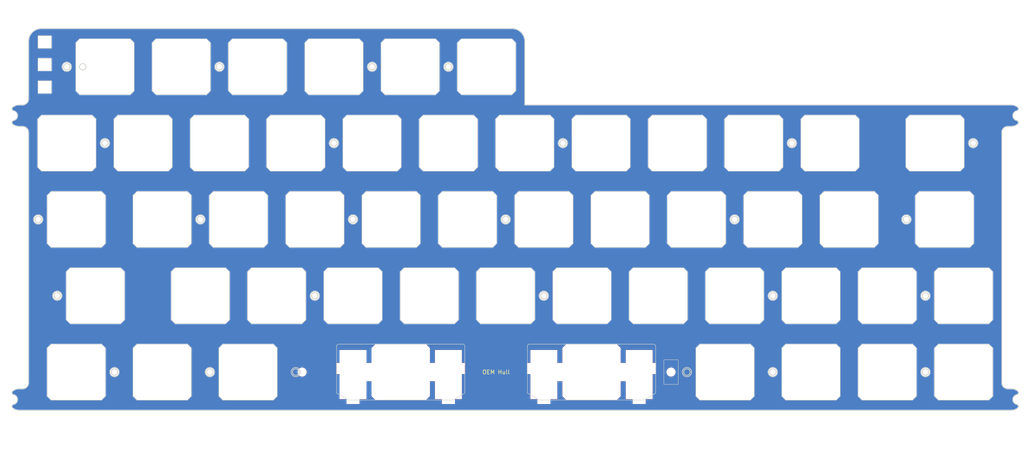
<source format=kicad_pcb>
(kicad_pcb (version 20240108) (generator "pcbnew") (generator_version "8.0")
  (layers (0 "F.Cu" signal) (31 "B.Cu" signal) (34 "B.Paste" user) (35 "F.Paste" user) (36 "B.SilkS" user "B.Silkscreen") (37 "F.SilkS" user "F.Silkscreen") (38 "B.Mask" user) (39 "F.Mask" user) (44 "Edge.Cuts" user))
  (net 0 "")
  (net 1 "GND")
  (footprint "cipulot_parts:ecs_plate_cut_1U" (layer "F.Cu") (at 242.8875 115.8875)
    (property "Reference" "REF**")
    (property "Value" "Value " (hide yes))
    (fp_line (start -7.3 -6) (end -7.3 6) (stroke (width 0.12)) (layer "Edge.Cuts"))
    (fp_line (start -7.3 6) (end -6.3 7) (stroke (width 0.12)) (layer "Edge.Cuts"))
    (fp_line (start -6.3 -7) (end -7.3 -6) (stroke (width 0.12)) (layer "Edge.Cuts"))
    (fp_line (start -6.3 7) (end 6.3 7) (stroke (width 0.12)) (layer "Edge.Cuts"))
    (fp_line (start 6.3 -7) (end -6.3 -7) (stroke (width 0.12)) (layer "Edge.Cuts"))
    (fp_line (start 6.3 -7) (end 7.3 -6) (stroke (width 0.12)) (layer "Edge.Cuts"))
    (fp_line (start 6.3 7) (end 7.3 6) (stroke (width 0.12)) (layer "Edge.Cuts"))
    (fp_line (start 7.3 6) (end 7.3 -6) (stroke (width 0.12)) (layer "Edge.Cuts"))
  )
  (footprint "cipulot_parts:ecs_plate_cut_1U" (layer "F.Cu") (at 45.24375 115.8875)
    (property "Reference" "REF**")
    (property "Value" "Value " (hide yes))
    (fp_line (start -7.3 -6) (end -7.3 6) (stroke (width 0.12)) (layer "Edge.Cuts"))
    (fp_line (start -7.3 6) (end -6.3 7) (stroke (width 0.12)) (layer "Edge.Cuts"))
    (fp_line (start -6.3 -7) (end -7.3 -6) (stroke (width 0.12)) (layer "Edge.Cuts"))
    (fp_line (start -6.3 7) (end 6.3 7) (stroke (width 0.12)) (layer "Edge.Cuts"))
    (fp_line (start 6.3 -7) (end -6.3 -7) (stroke (width 0.12)) (layer "Edge.Cuts"))
    (fp_line (start 6.3 -7) (end 7.3 -6) (stroke (width 0.12)) (layer "Edge.Cuts"))
    (fp_line (start 6.3 7) (end 7.3 6) (stroke (width 0.12)) (layer "Edge.Cuts"))
    (fp_line (start 7.3 6) (end 7.3 -6) (stroke (width 0.12)) (layer "Edge.Cuts"))
  )
  (footprint "cipulot_parts:ecs_plate_cut_1U" (layer "F.Cu") (at 190.5 77.7875)
    (property "Reference" "REF**")
    (property "Value" "Value " (hide yes))
    (fp_line (start -7.3 -6) (end -7.3 6) (stroke (width 0.12)) (layer "Edge.Cuts"))
    (fp_line (start -7.3 6) (end -6.3 7) (stroke (width 0.12)) (layer "Edge.Cuts"))
    (fp_line (start -6.3 -7) (end -7.3 -6) (stroke (width 0.12)) (layer "Edge.Cuts"))
    (fp_line (start -6.3 7) (end 6.3 7) (stroke (width 0.12)) (layer "Edge.Cuts"))
    (fp_line (start 6.3 -7) (end -6.3 -7) (stroke (width 0.12)) (layer "Edge.Cuts"))
    (fp_line (start 6.3 -7) (end 7.3 -6) (stroke (width 0.12)) (layer "Edge.Cuts"))
    (fp_line (start 6.3 7) (end 7.3 6) (stroke (width 0.12)) (layer "Edge.Cuts"))
    (fp_line (start 7.3 6) (end 7.3 -6) (stroke (width 0.12)) (layer "Edge.Cuts"))
  )
  (footprint "cipulot_parts:ecs_plate_cut_1U" (layer "F.Cu") (at 261.9375 134.9375)
    (property "Reference" "REF**")
    (property "Value" "Value " (hide yes))
    (fp_line (start -7.3 -6) (end -7.3 6) (stroke (width 0.12)) (layer "Edge.Cuts"))
    (fp_line (start -7.3 6) (end -6.3 7) (stroke (width 0.12)) (layer "Edge.Cuts"))
    (fp_line (start -6.3 -7) (end -7.3 -6) (stroke (width 0.12)) (layer "Edge.Cuts"))
    (fp_line (start -6.3 7) (end 6.3 7) (stroke (width 0.12)) (layer "Edge.Cuts"))
    (fp_line (start 6.3 -7) (end -6.3 -7) (stroke (width 0.12)) (layer "Edge.Cuts"))
    (fp_line (start 6.3 -7) (end 7.3 -6) (stroke (width 0.12)) (layer "Edge.Cuts"))
    (fp_line (start 6.3 7) (end 7.3 6) (stroke (width 0.12)) (layer "Edge.Cuts"))
    (fp_line (start 7.3 6) (end 7.3 -6) (stroke (width 0.12)) (layer "Edge.Cuts"))
  )
  (footprint "cipulot_parts:ecs_plate_cut_1U" (layer "F.Cu") (at 123.825 58.7375)
    (property "Reference" "REF**")
    (property "Value" "Value " (hide yes))
    (fp_line (start -7.3 -6) (end -7.3 6) (stroke (width 0.12)) (layer "Edge.Cuts"))
    (fp_line (start -7.3 6) (end -6.3 7) (stroke (width 0.12)) (layer "Edge.Cuts"))
    (fp_line (start -6.3 -7) (end -7.3 -6) (stroke (width 0.12)) (layer "Edge.Cuts"))
    (fp_line (start -6.3 7) (end 6.3 7) (stroke (width 0.12)) (layer "Edge.Cuts"))
    (fp_line (start 6.3 -7) (end -6.3 -7) (stroke (width 0.12)) (layer "Edge.Cuts"))
    (fp_line (start 6.3 -7) (end 7.3 -6) (stroke (width 0.12)) (layer "Edge.Cuts"))
    (fp_line (start 6.3 7) (end 7.3 6) (stroke (width 0.12)) (layer "Edge.Cuts"))
    (fp_line (start 7.3 6) (end 7.3 -6) (stroke (width 0.12)) (layer "Edge.Cuts"))
  )
  (footprint "cipulot_parts:ecs_plate_cut_1U" (layer "F.Cu") (at 261.9375 115.8875)
    (property "Reference" "REF**")
    (property "Value" "Value " (hide yes))
    (fp_line (start -7.3 -6) (end -7.3 6) (stroke (width 0.12)) (layer "Edge.Cuts"))
    (fp_line (start -7.3 6) (end -6.3 7) (stroke (width 0.12)) (layer "Edge.Cuts"))
    (fp_line (start -6.3 -7) (end -7.3 -6) (stroke (width 0.12)) (layer "Edge.Cuts"))
    (fp_line (start -6.3 7) (end 6.3 7) (stroke (width 0.12)) (layer "Edge.Cuts"))
    (fp_line (start 6.3 -7) (end -6.3 -7) (stroke (width 0.12)) (layer "Edge.Cuts"))
    (fp_line (start 6.3 -7) (end 7.3 -6) (stroke (width 0.12)) (layer "Edge.Cuts"))
    (fp_line (start 6.3 7) (end 7.3 6) (stroke (width 0.12)) (layer "Edge.Cuts"))
    (fp_line (start 7.3 6) (end 7.3 -6) (stroke (width 0.12)) (layer "Edge.Cuts"))
  )
  (footprint "cipulot_parts:ecs_plate_cut_1U" (layer "F.Cu") (at 85.725 58.7375)
    (property "Reference" "REF**")
    (property "Value" "Value " (hide yes))
    (fp_line (start -7.3 -6) (end -7.3 6) (stroke (width 0.12)) (layer "Edge.Cuts"))
    (fp_line (start -7.3 6) (end -6.3 7) (stroke (width 0.12)) (layer "Edge.Cuts"))
    (fp_line (start -6.3 -7) (end -7.3 -6) (stroke (width 0.12)) (layer "Edge.Cuts"))
    (fp_line (start -6.3 7) (end 6.3 7) (stroke (width 0.12)) (layer "Edge.Cuts"))
    (fp_line (start 6.3 -7) (end -6.3 -7) (stroke (width 0.12)) (layer "Edge.Cuts"))
    (fp_line (start 6.3 -7) (end 7.3 -6) (stroke (width 0.12)) (layer "Edge.Cuts"))
    (fp_line (start 6.3 7) (end 7.3 6) (stroke (width 0.12)) (layer "Edge.Cuts"))
    (fp_line (start 7.3 6) (end 7.3 -6) (stroke (width 0.12)) (layer "Edge.Cuts"))
  )
  (footprint "cipulot_parts:ecs_plate_cut_1U" (layer "F.Cu") (at 223.8375 115.8875)
    (property "Reference" "REF**")
    (property "Value" "Value " (hide yes))
    (fp_line (start -7.3 -6) (end -7.3 6) (stroke (width 0.12)) (layer "Edge.Cuts"))
    (fp_line (start -7.3 6) (end -6.3 7) (stroke (width 0.12)) (layer "Edge.Cuts"))
    (fp_line (start -6.3 -7) (end -7.3 -6) (stroke (width 0.12)) (layer "Edge.Cuts"))
    (fp_line (start -6.3 7) (end 6.3 7) (stroke (width 0.12)) (layer "Edge.Cuts"))
    (fp_line (start 6.3 -7) (end -6.3 -7) (stroke (width 0.12)) (layer "Edge.Cuts"))
    (fp_line (start 6.3 -7) (end 7.3 -6) (stroke (width 0.12)) (layer "Edge.Cuts"))
    (fp_line (start 6.3 7) (end 7.3 6) (stroke (width 0.12)) (layer "Edge.Cuts"))
    (fp_line (start 7.3 6) (end 7.3 -6) (stroke (width 0.12)) (layer "Edge.Cuts"))
  )
  (footprint "cipulot_parts:ecs_plate_cut_1U" (layer "F.Cu") (at 233.3625 96.8375)
    (property "Reference" "REF**")
    (property "Value" "Value " (hide yes))
    (fp_line (start -7.3 -6) (end -7.3 6) (stroke (width 0.12)) (layer "Edge.Cuts"))
    (fp_line (start -7.3 6) (end -6.3 7) (stroke (width 0.12)) (layer "Edge.Cuts"))
    (fp_line (start -6.3 -7) (end -7.3 -6) (stroke (width 0.12)) (layer "Edge.Cuts"))
    (fp_line (start -6.3 7) (end 6.3 7) (stroke (width 0.12)) (layer "Edge.Cuts"))
    (fp_line (start 6.3 -7) (end -6.3 -7) (stroke (width 0.12)) (layer "Edge.Cuts"))
    (fp_line (start 6.3 -7) (end 7.3 -6) (stroke (width 0.12)) (layer "Edge.Cuts"))
    (fp_line (start 6.3 7) (end 7.3 6) (stroke (width 0.12)) (layer "Edge.Cuts"))
    (fp_line (start 7.3 6) (end 7.3 -6) (stroke (width 0.12)) (layer "Edge.Cuts"))
  )
  (footprint "cipulot_parts:ecs_plate_cut_1U" (layer "F.Cu") (at 61.9125 96.8375)
    (property "Reference" "REF**")
    (property "Value" "Value " (hide yes))
    (fp_line (start -7.3 -6) (end -7.3 6) (stroke (width 0.12)) (layer "Edge.Cuts"))
    (fp_line (start -7.3 6) (end -6.3 7) (stroke (width 0.12)) (layer "Edge.Cuts"))
    (fp_line (start -6.3 -7) (end -7.3 -6) (stroke (width 0.12)) (layer "Edge.Cuts"))
    (fp_line (start -6.3 7) (end 6.3 7) (stroke (width 0.12)) (layer "Edge.Cuts"))
    (fp_line (start 6.3 -7) (end -6.3 -7) (stroke (width 0.12)) (layer "Edge.Cuts"))
    (fp_line (start 6.3 -7) (end 7.3 -6) (stroke (width 0.12)) (layer "Edge.Cuts"))
    (fp_line (start 6.3 7) (end 7.3 6) (stroke (width 0.12)) (layer "Edge.Cuts"))
    (fp_line (start 7.3 6) (end 7.3 -6) (stroke (width 0.12)) (layer "Edge.Cuts"))
  )
  (footprint "cipulot_parts:ecs_plate_cut_1U" (layer "F.Cu") (at 242.8875 134.9375)
    (property "Reference" "REF**")
    (property "Value" "Value " (hide yes))
    (fp_line (start -7.3 -6) (end -7.3 6) (stroke (width 0.12)) (layer "Edge.Cuts"))
    (fp_line (start -7.3 6) (end -6.3 7) (stroke (width 0.12)) (layer "Edge.Cuts"))
    (fp_line (start -6.3 -7) (end -7.3 -6) (stroke (width 0.12)) (layer "Edge.Cuts"))
    (fp_line (start -6.3 7) (end 6.3 7) (stroke (width 0.12)) (layer "Edge.Cuts"))
    (fp_line (start 6.3 -7) (end -6.3 -7) (stroke (width 0.12)) (layer "Edge.Cuts"))
    (fp_line (start 6.3 -7) (end 7.3 -6) (stroke (width 0.12)) (layer "Edge.Cuts"))
    (fp_line (start 6.3 7) (end 7.3 6) (stroke (width 0.12)) (layer "Edge.Cuts"))
    (fp_line (start 7.3 6) (end 7.3 -6) (stroke (width 0.12)) (layer "Edge.Cuts"))
  )
  (footprint "cipulot_parts:ecs_plate_cut_1U" (layer "F.Cu") (at 95.25 77.7875)
    (property "Reference" "REF**")
    (property "Value" "Value " (hide yes))
    (fp_line (start -7.3 -6) (end -7.3 6) (stroke (width 0.12)) (layer "Edge.Cuts"))
    (fp_line (start -7.3 6) (end -6.3 7) (stroke (width 0.12)) (layer "Edge.Cuts"))
    (fp_line (start -6.3 -7) (end -7.3 -6) (stroke (width 0.12)) (layer "Edge.Cuts"))
    (fp_line (start -6.3 7) (end 6.3 7) (stroke (width 0.12)) (layer "Edge.Cuts"))
    (fp_line (start 6.3 -7) (end -6.3 -7) (stroke (width 0.12)) (layer "Edge.Cuts"))
    (fp_line (start 6.3 -7) (end 7.3 -6) (stroke (width 0.12)) (layer "Edge.Cuts"))
    (fp_line (start 6.3 7) (end 7.3 6) (stroke (width 0.12)) (layer "Edge.Cuts"))
    (fp_line (start 7.3 6) (end 7.3 -6) (stroke (width 0.12)) (layer "Edge.Cuts"))
  )
  (footprint "cipulot_parts:ecs_plate_cut_2U" (layer "F.Cu") (at 169.06875 134.9375)
    (property "Reference" "REF**")
    (property "Value" "Value " (hide yes))
    (fp_line (start -16 -6.475) (end -16 5.243) (stroke (width 0.12)) (layer "Edge.Cuts"))
    (fp_line (start -16 5.243) (end -13 6.975) (stroke (width 0.12)) (layer "Edge.Cuts"))
    (fp_line (start -15.5 -6.975) (end 15.5 -6.975) (stroke (width 0.12)) (layer "Edge.Cuts"))
    (fp_line (start 13 6.975) (end -13 6.975) (stroke (width 0.12)) (layer "Edge.Cuts"))
    (fp_line (start 16 -6.475) (end 16 5.243) (stroke (width 0.12)) (layer "Edge.Cuts"))
    (fp_line (start 16 5.243) (end 13 6.975) (stroke (width 0.12)) (layer "Edge.Cuts"))
    (fp_arc (start -16 -6.475) (mid -15.853553 -6.828553) (end -15.5 -6.975) (stroke (width 0.12)) (layer "Edge.Cuts"))
    (fp_arc (start 15.5 -6.975) (mid 15.853553 -6.828553) (end 16 -6.475) (stroke (width 0.12)) (layer "Edge.Cuts"))
  )
  (footprint "cipulot_parts:ecs_plate_cut_1U" (layer "F.Cu") (at 157.1625 96.8375)
    (property "Reference" "REF**")
    (property "Value" "Value " (hide yes))
    (fp_line (start -7.3 -6) (end -7.3 6) (stroke (width 0.12)) (layer "Edge.Cuts"))
    (fp_line (start -7.3 6) (end -6.3 7) (stroke (width 0.12)) (layer "Edge.Cuts"))
    (fp_line (start -6.3 -7) (end -7.3 -6) (stroke (width 0.12)) (layer "Edge.Cuts"))
    (fp_line (start -6.3 7) (end 6.3 7) (stroke (width 0.12)) (layer "Edge.Cuts"))
    (fp_line (start 6.3 -7) (end -6.3 -7) (stroke (width 0.12)) (layer "Edge.Cuts"))
    (fp_line (start 6.3 -7) (end 7.3 -6) (stroke (width 0.12)) (layer "Edge.Cuts"))
    (fp_line (start 6.3 7) (end 7.3 6) (stroke (width 0.12)) (layer "Edge.Cuts"))
    (fp_line (start 7.3 6) (end 7.3 -6) (stroke (width 0.12)) (layer "Edge.Cuts"))
  )
  (footprint "cipulot_parts:ecs_plate_cut_1U" (layer "F.Cu") (at 109.5375 115.8875)
    (property "Reference" "REF**")
    (property "Value" "Value " (hide yes))
    (fp_line (start -7.3 -6) (end -7.3 6) (stroke (width 0.12)) (layer "Edge.Cuts"))
    (fp_line (start -7.3 6) (end -6.3 7) (stroke (width 0.12)) (layer "Edge.Cuts"))
    (fp_line (start -6.3 -7) (end -7.3 -6) (stroke (width 0.12)) (layer "Edge.Cuts"))
    (fp_line (start -6.3 7) (end 6.3 7) (stroke (width 0.12)) (layer "Edge.Cuts"))
    (fp_line (start 6.3 -7) (end -6.3 -7) (stroke (width 0.12)) (layer "Edge.Cuts"))
    (fp_line (start 6.3 -7) (end 7.3 -6) (stroke (width 0.12)) (layer "Edge.Cuts"))
    (fp_line (start 6.3 7) (end 7.3 6) (stroke (width 0.12)) (layer "Edge.Cuts"))
    (fp_line (start 7.3 6) (end 7.3 -6) (stroke (width 0.12)) (layer "Edge.Cuts"))
  )
  (footprint "cipulot_parts:ecs_plate_cut_1U" (layer "F.Cu") (at 176.2125 96.8375)
    (property "Reference" "REF**")
    (property "Value" "Value " (hide yes))
    (fp_line (start -7.3 -6) (end -7.3 6) (stroke (width 0.12)) (layer "Edge.Cuts"))
    (fp_line (start -7.3 6) (end -6.3 7) (stroke (width 0.12)) (layer "Edge.Cuts"))
    (fp_line (start -6.3 -7) (end -7.3 -6) (stroke (width 0.12)) (layer "Edge.Cuts"))
    (fp_line (start -6.3 7) (end 6.3 7) (stroke (width 0.12)) (layer "Edge.Cuts"))
    (fp_line (start 6.3 -7) (end -6.3 -7) (stroke (width 0.12)) (layer "Edge.Cuts"))
    (fp_line (start 6.3 -7) (end 7.3 -6) (stroke (width 0.12)) (layer "Edge.Cuts"))
    (fp_line (start 6.3 7) (end 7.3 6) (stroke (width 0.12)) (layer "Edge.Cuts"))
    (fp_line (start 7.3 6) (end 7.3 -6) (stroke (width 0.12)) (layer "Edge.Cuts"))
  )
  (footprint "cipulot_parts:ecs_plate_cut_1U" (layer "F.Cu") (at 76.2 77.7875)
    (property "Reference" "REF**")
    (property "Value" "Value " (hide yes))
    (fp_line (start -7.3 -6) (end -7.3 6) (stroke (width 0.12)) (layer "Edge.Cuts"))
    (fp_line (start -7.3 6) (end -6.3 7) (stroke (width 0.12)) (layer "Edge.Cuts"))
    (fp_line (start -6.3 -7) (end -7.3 -6) (stroke (width 0.12)) (layer "Edge.Cuts"))
    (fp_line (start -6.3 7) (end 6.3 7) (stroke (width 0.12)) (layer "Edge.Cuts"))
    (fp_line (start 6.3 -7) (end -6.3 -7) (stroke (width 0.12)) (layer "Edge.Cuts"))
    (fp_line (start 6.3 -7) (end 7.3 -6) (stroke (width 0.12)) (layer "Edge.Cuts"))
    (fp_line (start 6.3 7) (end 7.3 6) (stroke (width 0.12)) (layer "Edge.Cuts"))
    (fp_line (start 7.3 6) (end 7.3 -6) (stroke (width 0.12)) (layer "Edge.Cuts"))
  )
  (footprint "cipulot_parts:ecs_plate_cut_1U" (layer "F.Cu") (at 66.675 58.7375)
    (property "Reference" "REF**")
    (property "Value" "Value " (hide yes))
    (fp_line (start -7.3 -6) (end -7.3 6) (stroke (width 0.12)) (layer "Edge.Cuts"))
    (fp_line (start -7.3 6) (end -6.3 7) (stroke (width 0.12)) (layer "Edge.Cuts"))
    (fp_line (start -6.3 -7) (end -7.3 -6) (stroke (width 0.12)) (layer "Edge.Cuts"))
    (fp_line (start -6.3 7) (end 6.3 7) (stroke (width 0.12)) (layer "Edge.Cuts"))
    (fp_line (start 6.3 -7) (end -6.3 -7) (stroke (width 0.12)) (layer "Edge.Cuts"))
    (fp_line (start 6.3 -7) (end 7.3 -6) (stroke (width 0.12)) (layer "Edge.Cuts"))
    (fp_line (start 6.3 7) (end 7.3 6) (stroke (width 0.12)) (layer "Edge.Cuts"))
    (fp_line (start 7.3 6) (end 7.3 -6) (stroke (width 0.12)) (layer "Edge.Cuts"))
  )
  (footprint "cipulot_parts:ecs_plate_cut_2U" (layer "F.Cu") (at 121.44375 134.9375)
    (property "Reference" "REF**")
    (property "Value" "Value " (hide yes))
    (fp_line (start -16 -6.475) (end -16 5.243) (stroke (width 0.12)) (layer "Edge.Cuts"))
    (fp_line (start -16 5.243) (end -13 6.975) (stroke (width 0.12)) (layer "Edge.Cuts"))
    (fp_line (start -15.5 -6.975) (end 15.5 -6.975) (stroke (width 0.12)) (layer "Edge.Cuts"))
    (fp_line (start 13 6.975) (end -13 6.975) (stroke (width 0.12)) (layer "Edge.Cuts"))
    (fp_line (start 16 -6.475) (end 16 5.243) (stroke (width 0.12)) (layer "Edge.Cuts"))
    (fp_line (start 16 5.243) (end 13 6.975) (stroke (width 0.12)) (layer "Edge.Cuts"))
    (fp_arc (start -16 -6.475) (mid -15.853553 -6.828553) (end -15.5 -6.975) (stroke (width 0.12)) (layer "Edge.Cuts"))
    (fp_arc (start 15.5 -6.975) (mid 15.853553 -6.828553) (end 16 -6.475) (stroke (width 0.12)) (layer "Edge.Cuts"))
  )
  (footprint "cipulot_parts:ecs_plate_cut_1U" (layer "F.Cu") (at 128.5875 115.8875)
    (property "Reference" "REF**")
    (property "Value" "Value " (hide yes))
    (fp_line (start -7.3 -6) (end -7.3 6) (stroke (width 0.12)) (layer "Edge.Cuts"))
    (fp_line (start -7.3 6) (end -6.3 7) (stroke (width 0.12)) (layer "Edge.Cuts"))
    (fp_line (start -6.3 -7) (end -7.3 -6) (stroke (width 0.12)) (layer "Edge.Cuts"))
    (fp_line (start -6.3 7) (end 6.3 7) (stroke (width 0.12)) (layer "Edge.Cuts"))
    (fp_line (start 6.3 -7) (end -6.3 -7) (stroke (width 0.12)) (layer "Edge.Cuts"))
    (fp_line (start 6.3 -7) (end 7.3 -6) (stroke (width 0.12)) (layer "Edge.Cuts"))
    (fp_line (start 6.3 7) (end 7.3 6) (stroke (width 0.12)) (layer "Edge.Cuts"))
    (fp_line (start 7.3 6) (end 7.3 -6) (stroke (width 0.12)) (layer "Edge.Cuts"))
  )
  (footprint "cipulot_parts:ecs_plate_cut_1U" (layer "F.Cu") (at 40.48125 134.9375)
    (property "Reference" "REF**")
    (property "Value" "Value " (hide yes))
    (fp_line (start -7.3 -6) (end -7.3 6) (stroke (width 0.12)) (layer "Edge.Cuts"))
    (fp_line (start -7.3 6) (end -6.3 7) (stroke (width 0.12)) (layer "Edge.Cuts"))
    (fp_line (start -6.3 -7) (end -7.3 -6) (stroke (width 0.12)) (layer "Edge.Cuts"))
    (fp_line (start -6.3 7) (end 6.3 7) (stroke (width 0.12)) (layer "Edge.Cuts"))
    (fp_line (start 6.3 -7) (end -6.3 -7) (stroke (width 0.12)) (layer "Edge.Cuts"))
    (fp_line (start 6.3 -7) (end 7.3 -6) (stroke (width 0.12)) (layer "Edge.Cuts"))
    (fp_line (start 6.3 7) (end 7.3 6) (stroke (width 0.12)) (layer "Edge.Cuts"))
    (fp_line (start 7.3 6) (end 7.3 -6) (stroke (width 0.12)) (layer "Edge.Cuts"))
  )
  (footprint "cipulot_parts:ecs_plate_cut_1U" (layer "F.Cu") (at 57.15 77.7875)
    (property "Reference" "REF**")
    (property "Value" "Value " (hide yes))
    (fp_line (start -7.3 -6) (end -7.3 6) (stroke (width 0.12)) (layer "Edge.Cuts"))
    (fp_line (start -7.3 6) (end -6.3 7) (stroke (width 0.12)) (layer "Edge.Cuts"))
    (fp_line (start -6.3 -7) (end -7.3 -6) (stroke (width 0.12)) (layer "Edge.Cuts"))
    (fp_line (start -6.3 7) (end 6.3 7) (stroke (width 0.12)) (layer "Edge.Cuts"))
    (fp_line (start 6.3 -7) (end -6.3 -7) (stroke (width 0.12)) (layer "Edge.Cuts"))
    (fp_line (start 6.3 -7) (end 7.3 -6) (stroke (width 0.12)) (layer "Edge.Cuts"))
    (fp_line (start 6.3 7) (end 7.3 6) (stroke (width 0.12)) (layer "Edge.Cuts"))
    (fp_line (start 7.3 6) (end 7.3 -6) (stroke (width 0.12)) (layer "Edge.Cuts"))
  )
  (footprint "cipulot_parts:ecs_plate_cut_1U" (layer "F.Cu") (at 47.625 58.7375)
    (property "Reference" "REF**")
    (property "Value" "Value " (hide yes))
    (fp_line (start -7.3 -6) (end -7.3 6) (stroke (width 0.12)) (layer "Edge.Cuts"))
    (fp_line (start -7.3 6) (end -6.3 7) (stroke (width 0.12)) (layer "Edge.Cuts"))
    (fp_line (start -6.3 -7) (end -7.3 -6) (stroke (width 0.12)) (layer "Edge.Cuts"))
    (fp_line (start -6.3 7) (end 6.3 7) (stroke (width 0.12)) (layer "Edge.Cuts"))
    (fp_line (start 6.3 -7) (end -6.3 -7) (stroke (width 0.12)) (layer "Edge.Cuts"))
    (fp_line (start 6.3 -7) (end 7.3 -6) (stroke (width 0.12)) (layer "Edge.Cuts"))
    (fp_line (start 6.3 7) (end 7.3 6) (stroke (width 0.12)) (layer "Edge.Cuts"))
    (fp_line (start 7.3 6) (end 7.3 -6) (stroke (width 0.12)) (layer "Edge.Cuts"))
  )
  (footprint "cipulot_parts:ecs_plate_cut_1U" (layer "F.Cu") (at 40.48125 96.8375)
    (property "Reference" "REF**")
    (property "Value" "Value " (hide yes))
    (fp_line (start -7.3 -6) (end -7.3 6) (stroke (width 0.12)) (layer "Edge.Cuts"))
    (fp_line (start -7.3 6) (end -6.3 7) (stroke (width 0.12)) (layer "Edge.Cuts"))
    (fp_line (start -6.3 -7) (end -7.3 -6) (stroke (width 0.12)) (layer "Edge.Cuts"))
    (fp_line (start -6.3 7) (end 6.3 7) (stroke (width 0.12)) (layer "Edge.Cuts"))
    (fp_line (start 6.3 -7) (end -6.3 -7) (stroke (width 0.12)) (layer "Edge.Cuts"))
    (fp_line (start 6.3 -7) (end 7.3 -6) (stroke (width 0.12)) (layer "Edge.Cuts"))
    (fp_line (start 6.3 7) (end 7.3 6) (stroke (width 0.12)) (layer "Edge.Cuts"))
    (fp_line (start 7.3 6) (end 7.3 -6) (stroke (width 0.12)) (layer "Edge.Cuts"))
  )
  (footprint "cipulot_parts:ecs_plate_cut_1U" (layer "F.Cu") (at 171.45 77.7875)
    (property "Reference" "REF**")
    (property "Value" "Value " (hide yes))
    (fp_line (start -7.3 -6) (end -7.3 6) (stroke (width 0.12)) (layer "Edge.Cuts"))
    (fp_line (start -7.3 6) (end -6.3 7) (stroke (width 0.12)) (layer "Edge.Cuts"))
    (fp_line (start -6.3 -7) (end -7.3 -6) (stroke (width 0.12)) (layer "Edge.Cuts"))
    (fp_line (start -6.3 7) (end 6.3 7) (stroke (width 0.12)) (layer "Edge.Cuts"))
    (fp_line (start 6.3 -7) (end -6.3 -7) (stroke (width 0.12)) (layer "Edge.Cuts"))
    (fp_line (start 6.3 -7) (end 7.3 -6) (stroke (width 0.12)) (layer "Edge.Cuts"))
    (fp_line (start 6.3 7) (end 7.3 6) (stroke (width 0.12)) (layer "Edge.Cuts"))
    (fp_line (start 7.3 6) (end 7.3 -6) (stroke (width 0.12)) (layer "Edge.Cuts"))
  )
  (footprint "cipulot_parts:ecs_plate_cut_1U" (layer "F.Cu") (at 100.0125 96.8375)
    (property "Reference" "REF**")
    (property "Value" "Value " (hide yes))
    (fp_line (start -7.3 -6) (end -7.3 6) (stroke (width 0.12)) (layer "Edge.Cuts"))
    (fp_line (start -7.3 6) (end -6.3 7) (stroke (width 0.12)) (layer "Edge.Cuts"))
    (fp_line (start -6.3 -7) (end -7.3 -6) (stroke (width 0.12)) (layer "Edge.Cuts"))
    (fp_line (start -6.3 7) (end 6.3 7) (stroke (width 0.12)) (layer "Edge.Cuts"))
    (fp_line (start 6.3 -7) (end -6.3 -7) (stroke (width 0.12)) (layer "Edge.Cuts"))
    (fp_line (start 6.3 -7) (end 7.3 -6) (stroke (width 0.12)) (layer "Edge.Cuts"))
    (fp_line (start 6.3 7) (end 7.3 6) (stroke (width 0.12)) (layer "Edge.Cuts"))
    (fp_line (start 7.3 6) (end 7.3 -6) (stroke (width 0.12)) (layer "Edge.Cuts"))
  )
  (footprint "cipulot_parts:ecs_plate_cut_1U" (layer "F.Cu") (at 114.3 77.7875)
    (property "Reference" "REF**")
    (property "Value" "Value " (hide yes))
    (fp_line (start -7.3 -6) (end -7.3 6) (stroke (width 0.12)) (layer "Edge.Cuts"))
    (fp_line (start -7.3 6) (end -6.3 7) (stroke (width 0.12)) (layer "Edge.Cuts"))
    (fp_line (start -6.3 -7) (end -7.3 -6) (stroke (width 0.12)) (layer "Edge.Cuts"))
    (fp_line (start -6.3 7) (end 6.3 7) (stroke (width 0.12)) (layer "Edge.Cuts"))
    (fp_line (start 6.3 -7) (end -6.3 -7) (stroke (width 0.12)) (layer "Edge.Cuts"))
    (fp_line (start 6.3 -7) (end 7.3 -6) (stroke (width 0.12)) (layer "Edge.Cuts"))
    (fp_line (start 6.3 7) (end 7.3 6) (stroke (width 0.12)) (layer "Edge.Cuts"))
    (fp_line (start 7.3 6) (end 7.3 -6) (stroke (width 0.12)) (layer "Edge.Cuts"))
  )
  (footprint "cipulot_parts:ecs_plate_cut_1U" (layer "F.Cu") (at 204.7875 115.8875)
    (property "Reference" "REF**")
    (property "Value" "Value " (hide yes))
    (fp_line (start -7.3 -6) (end -7.3 6) (stroke (width 0.12)) (layer "Edge.Cuts"))
    (fp_line (start -7.3 6) (end -6.3 7) (stroke (width 0.12)) (layer "Edge.Cuts"))
    (fp_line (start -6.3 -7) (end -7.3 -6) (stroke (width 0.12)) (layer "Edge.Cuts"))
    (fp_line (start -6.3 7) (end 6.3 7) (stroke (width 0.12)) (layer "Edge.Cuts"))
    (fp_line (start 6.3 -7) (end -6.3 -7) (stroke (width 0.12)) (layer "Edge.Cuts"))
    (fp_line (start 6.3 -7) (end 7.3 -6) (stroke (width 0.12)) (layer "Edge.Cuts"))
    (fp_line (start 6.3 7) (end 7.3 6) (stroke (width 0.12)) (layer "Edge.Cuts"))
    (fp_line (start 7.3 6) (end 7.3 -6) (stroke (width 0.12)) (layer "Edge.Cuts"))
  )
  (footprint "cipulot_parts:ecs_plate_cut_1U" (layer "F.Cu") (at 80.9625 96.8375)
    (property "Reference" "REF**")
    (property "Value" "Value " (hide yes))
    (fp_line (start -7.3 -6) (end -7.3 6) (stroke (width 0.12)) (layer "Edge.Cuts"))
    (fp_line (start -7.3 6) (end -6.3 7) (stroke (width 0.12)) (layer "Edge.Cuts"))
    (fp_line (start -6.3 -7) (end -7.3 -6) (stroke (width 0.12)) (layer "Edge.Cuts"))
    (fp_line (start -6.3 7) (end 6.3 7) (stroke (width 0.12)) (layer "Edge.Cuts"))
    (fp_line (start 6.3 -7) (end -6.3 -7) (stroke (width 0.12)) (layer "Edge.Cuts"))
    (fp_line (start 6.3 -7) (end 7.3 -6) (stroke (width 0.12)) (layer "Edge.Cuts"))
    (fp_line (start 6.3 7) (end 7.3 6) (stroke (width 0.12)) (layer "Edge.Cuts"))
    (fp_line (start 7.3 6) (end 7.3 -6) (stroke (width 0.12)) (layer "Edge.Cuts"))
  )
  (footprint "cipulot_parts:ecs_plate_cut_1U" (layer "F.Cu") (at 83.34375 134.9375)
    (property "Reference" "REF**")
    (property "Value" "Value " (hide yes))
    (fp_line (start -7.3 -6) (end -7.3 6) (stroke (width 0.12)) (layer "Edge.Cuts"))
    (fp_line (start -7.3 6) (end -6.3 7) (stroke (width 0.12)) (layer "Edge.Cuts"))
    (fp_line (start -6.3 -7) (end -7.3 -6) (stroke (width 0.12)) (layer "Edge.Cuts"))
    (fp_line (start -6.3 7) (end 6.3 7) (stroke (width 0.12)) (layer "Edge.Cuts"))
    (fp_line (start 6.3 -7) (end -6.3 -7) (stroke (width 0.12)) (layer "Edge.Cuts"))
    (fp_line (start 6.3 -7) (end 7.3 -6) (stroke (width 0.12)) (layer "Edge.Cuts"))
    (fp_line (start 6.3 7) (end 7.3 6) (stroke (width 0.12)) (layer "Edge.Cuts"))
    (fp_line (start 7.3 6) (end 7.3 -6) (stroke (width 0.12)) (layer "Edge.Cuts"))
  )
  (footprint "cipulot_parts:ecs_plate_cut_1U" (layer "F.Cu") (at 214.3125 96.8375)
    (property "Reference" "REF**")
    (property "Value" "Value " (hide yes))
    (fp_line (start -7.3 -6) (end -7.3 6) (stroke (width 0.12)) (layer "Edge.Cuts"))
    (fp_line (start -7.3 6) (end -6.3 7) (stroke (width 0.12)) (layer "Edge.Cuts"))
    (fp_line (start -6.3 -7) (end -7.3 -6) (stroke (width 0.12)) (layer "Edge.Cuts"))
    (fp_line (start -6.3 7) (end 6.3 7) (stroke (width 0.12)) (layer "Edge.Cuts"))
    (fp_line (start 6.3 -7) (end -6.3 -7) (stroke (width 0.12)) (layer "Edge.Cuts"))
    (fp_line (start 6.3 -7) (end 7.3 -6) (stroke (width 0.12)) (layer "Edge.Cuts"))
    (fp_line (start 6.3 7) (end 7.3 6) (stroke (width 0.12)) (layer "Edge.Cuts"))
    (fp_line (start 7.3 6) (end 7.3 -6) (stroke (width 0.12)) (layer "Edge.Cuts"))
  )
  (footprint "cipulot_parts:ecs_plate_cut_1U" (layer "F.Cu") (at 38.1 77.7875)
    (property "Reference" "REF**")
    (property "Value" "Value " (hide yes))
    (fp_line (start -7.3 -6) (end -7.3 6) (stroke (width 0.12)) (layer "Edge.Cuts"))
    (fp_line (start -7.3 6) (end -6.3 7) (stroke (width 0.12)) (layer "Edge.Cuts"))
    (fp_line (start -6.3 -7) (end -7.3 -6) (stroke (width 0.12)) (layer "Edge.Cuts"))
    (fp_line (start -6.3 7) (end 6.3 7) (stroke (width 0.12)) (layer "Edge.Cuts"))
    (fp_line (start 6.3 -7) (end -6.3 -7) (stroke (width 0.12)) (layer "Edge.Cuts"))
    (fp_line (start 6.3 -7) (end 7.3 -6) (stroke (width 0.12)) (layer "Edge.Cuts"))
    (fp_line (start 6.3 7) (end 7.3 6) (stroke (width 0.12)) (layer "Edge.Cuts"))
    (fp_line (start 7.3 6) (end 7.3 -6) (stroke (width 0.12)) (layer "Edge.Cuts"))
  )
  (footprint "cipulot_parts:ecs_plate_cut_1U" (layer "F.Cu") (at 138.1125 96.8375)
    (property "Reference" "REF**")
    (property "Value" "Value " (hide yes))
    (fp_line (start -7.3 -6) (end -7.3 6) (stroke (width 0.12)) (layer "Edge.Cuts"))
    (fp_line (start -7.3 6) (end -6.3 7) (stroke (width 0.12)) (layer "Edge.Cuts"))
    (fp_line (start -6.3 -7) (end -7.3 -6) (stroke (width 0.12)) (layer "Edge.Cuts"))
    (fp_line (start -6.3 7) (end 6.3 7) (stroke (width 0.12)) (layer "Edge.Cuts"))
    (fp_line (start 6.3 -7) (end -6.3 -7) (stroke (width 0.12)) (layer "Edge.Cuts"))
    (fp_line (start 6.3 -7) (end 7.3 -6) (stroke (width 0.12)) (layer "Edge.Cuts"))
    (fp_line (start 6.3 7) (end 7.3 6) (stroke (width 0.12)) (layer "Edge.Cuts"))
    (fp_line (start 7.3 6) (end 7.3 -6) (stroke (width 0.12)) (layer "Edge.Cuts"))
  )
  (footprint "cipulot_parts:ecs_plate_cut_1U" (layer "F.Cu") (at 202.40625 134.9375)
    (property "Reference" "REF**")
    (property "Value" "Value " (hide yes))
    (fp_line (start -7.3 -6) (end -7.3 6) (stroke (width 0.12)) (layer "Edge.Cuts"))
    (fp_line (start -7.3 6) (end -6.3 7) (stroke (width 0.12)) (layer "Edge.Cuts"))
    (fp_line (start -6.3 -7) (end -7.3 -6) (stroke (width 0.12)) (layer "Edge.Cuts"))
    (fp_line (start -6.3 7) (end 6.3 7) (stroke (width 0.12)) (layer "Edge.Cuts"))
    (fp_line (start 6.3 -7) (end -6.3 -7) (stroke (width 0.12)) (layer "Edge.Cuts"))
    (fp_line (start 6.3 -7) (end 7.3 -6) (stroke (width 0.12)) (layer "Edge.Cuts"))
    (fp_line (start 6.3 7) (end 7.3 6) (stroke (width 0.12)) (layer "Edge.Cuts"))
    (fp_line (start 7.3 6) (end 7.3 -6) (stroke (width 0.12)) (layer "Edge.Cuts"))
  )
  (footprint "cipulot_parts:ecs_plate_cut_1U" (layer "F.Cu") (at 254.79375 77.7875)
    (property "Reference" "REF**")
    (property "Value" "Value " (hide yes))
    (fp_line (start -7.3 -6) (end -7.3 6) (stroke (width 0.12)) (layer "Edge.Cuts"))
    (fp_line (start -7.3 6) (end -6.3 7) (stroke (width 0.12)) (layer "Edge.Cuts"))
    (fp_line (start -6.3 -7) (end -7.3 -6) (stroke (width 0.12)) (layer "Edge.Cuts"))
    (fp_line (start -6.3 7) (end 6.3 7) (stroke (width 0.12)) (layer "Edge.Cuts"))
    (fp_line (start 6.3 -7) (end -6.3 -7) (stroke (width 0.12)) (layer "Edge.Cuts"))
    (fp_line (start 6.3 -7) (end 7.3 -6) (stroke (width 0.12)) (layer "Edge.Cuts"))
    (fp_line (start 6.3 7) (end 7.3 6) (stroke (width 0.12)) (layer "Edge.Cuts"))
    (fp_line (start 7.3 6) (end 7.3 -6) (stroke (width 0.12)) (layer "Edge.Cuts"))
  )
  (footprint "cipulot_parts:ecs_plate_cut_1U" (layer "F.Cu") (at 223.8375 134.9375)
    (property "Reference" "REF**")
    (property "Value" "Value " (hide yes))
    (fp_line (start -7.3 -6) (end -7.3 6) (stroke (width 0.12)) (layer "Edge.Cuts"))
    (fp_line (start -7.3 6) (end -6.3 7) (stroke (width 0.12)) (layer "Edge.Cuts"))
    (fp_line (start -6.3 -7) (end -7.3 -6) (stroke (width 0.12)) (layer "Edge.Cuts"))
    (fp_line (start -6.3 7) (end 6.3 7) (stroke (width 0.12)) (layer "Edge.Cuts"))
    (fp_line (start 6.3 -7) (end -6.3 -7) (stroke (width 0.12)) (layer "Edge.Cuts"))
    (fp_line (start 6.3 -7) (end 7.3 -6) (stroke (width 0.12)) (layer "Edge.Cuts"))
    (fp_line (start 6.3 7) (end 7.3 6) (stroke (width 0.12)) (layer "Edge.Cuts"))
    (fp_line (start 7.3 6) (end 7.3 -6) (stroke (width 0.12)) (layer "Edge.Cuts"))
  )
  (footprint "cipulot_parts:ecs_plate_cut_1U" (layer "F.Cu") (at 209.55 77.7875)
    (property "Reference" "REF**")
    (property "Value" "Value " (hide yes))
    (fp_line (start -7.3 -6) (end -7.3 6) (stroke (width 0.12)) (layer "Edge.Cuts"))
    (fp_line (start -7.3 6) (end -6.3 7) (stroke (width 0.12)) (layer "Edge.Cuts"))
    (fp_line (start -6.3 -7) (end -7.3 -6) (stroke (width 0.12)) (layer "Edge.Cuts"))
    (fp_line (start -6.3 7) (end 6.3 7) (stroke (width 0.12)) (layer "Edge.Cuts"))
    (fp_line (start 6.3 -7) (end -6.3 -7) (stroke (width 0.12)) (layer "Edge.Cuts"))
    (fp_line (start 6.3 -7) (end 7.3 -6) (stroke (width 0.12)) (layer "Edge.Cuts"))
    (fp_line (start 6.3 7) (end 7.3 6) (stroke (width 0.12)) (layer "Edge.Cuts"))
    (fp_line (start 7.3 6) (end 7.3 -6) (stroke (width 0.12)) (layer "Edge.Cuts"))
  )
  (footprint "cipulot_parts:ecs_plate_cut_1U" (layer "F.Cu") (at 195.2625 96.8375)
    (property "Reference" "REF**")
    (property "Value" "Value " (hide yes))
    (fp_line (start -7.3 -6) (end -7.3 6) (stroke (width 0.12)) (layer "Edge.Cuts"))
    (fp_line (start -7.3 6) (end -6.3 7) (stroke (width 0.12)) (layer "Edge.Cuts"))
    (fp_line (start -6.3 -7) (end -7.3 -6) (stroke (width 0.12)) (layer "Edge.Cuts"))
    (fp_line (start -6.3 7) (end 6.3 7) (stroke (width 0.12)) (layer "Edge.Cuts"))
    (fp_line (start 6.3 -7) (end -6.3 -7) (stroke (width 0.12)) (layer "Edge.Cuts"))
    (fp_line (start 6.3 -7) (end 7.3 -6) (stroke (width 0.12)) (layer "Edge.Cuts"))
    (fp_line (start 6.3 7) (end 7.3 6) (stroke (width 0.12)) (layer "Edge.Cuts"))
    (fp_line (start 7.3 6) (end 7.3 -6) (stroke (width 0.12)) (layer "Edge.Cuts"))
  )
  (footprint "cipulot_parts:ecs_plate_cut_1U" (layer "F.Cu") (at 185.7375 115.8875)
    (property "Reference" "REF**")
    (property "Value" "Value " (hide yes))
    (fp_line (start -7.3 -6) (end -7.3 6) (stroke (width 0.12)) (layer "Edge.Cuts"))
    (fp_line (start -7.3 6) (end -6.3 7) (stroke (width 0.12)) (layer "Edge.Cuts"))
    (fp_line (start -6.3 -7) (end -7.3 -6) (stroke (width 0.12)) (layer "Edge.Cuts"))
    (fp_line (start -6.3 7) (end 6.3 7) (stroke (width 0.12)) (layer "Edge.Cuts"))
    (fp_line (start 6.3 -7) (end -6.3 -7) (stroke (width 0.12)) (layer "Edge.Cuts"))
    (fp_line (start 6.3 -7) (end 7.3 -6) (stroke (width 0.12)) (layer "Edge.Cuts"))
    (fp_line (start 6.3 7) (end 7.3 6) (stroke (width 0.12)) (layer "Edge.Cuts"))
    (fp_line (start 7.3 6) (end 7.3 -6) (stroke (width 0.12)) (layer "Edge.Cuts"))
  )
  (footprint "cipulot_parts:ecs_plate_cut_1U" (layer "F.Cu") (at 61.9125 134.9375)
    (property "Reference" "REF**")
    (property "Value" "Value " (hide yes))
    (fp_line (start -7.3 -6) (end -7.3 6) (stroke (width 0.12)) (layer "Edge.Cuts"))
    (fp_line (start -7.3 6) (end -6.3 7) (stroke (width 0.12)) (layer "Edge.Cuts"))
    (fp_line (start -6.3 -7) (end -7.3 -6) (stroke (width 0.12)) (layer "Edge.Cuts"))
    (fp_line (start -6.3 7) (end 6.3 7) (stroke (width 0.12)) (layer "Edge.Cuts"))
    (fp_line (start 6.3 -7) (end -6.3 -7) (stroke (width 0.12)) (layer "Edge.Cuts"))
    (fp_line (start 6.3 -7) (end 7.3 -6) (stroke (width 0.12)) (layer "Edge.Cuts"))
    (fp_line (start 6.3 7) (end 7.3 6) (stroke (width 0.12)) (layer "Edge.Cuts"))
    (fp_line (start 7.3 6) (end 7.3 -6) (stroke (width 0.12)) (layer "Edge.Cuts"))
  )
  (footprint "cipulot_parts:ecs_plate_cut_1U" (layer "F.Cu") (at 147.6375 115.8875)
    (property "Reference" "REF**")
    (property "Value" "Value " (hide yes))
    (fp_line (start -7.3 -6) (end -7.3 6) (stroke (width 0.12)) (layer "Edge.Cuts"))
    (fp_line (start -7.3 6) (end -6.3 7) (stroke (width 0.12)) (layer "Edge.Cuts"))
    (fp_line (start -6.3 -7) (end -7.3 -6) (stroke (width 0.12)) (layer "Edge.Cuts"))
    (fp_line (start -6.3 7) (end 6.3 7) (stroke (width 0.12)) (layer "Edge.Cuts"))
    (fp_line (start 6.3 -7) (end -6.3 -7) (stroke (width 0.12)) (layer "Edge.Cuts"))
    (fp_line (start 6.3 -7) (end 7.3 -6) (stroke (width 0.12)) (layer "Edge.Cuts"))
    (fp_line (start 6.3 7) (end 7.3 6) (stroke (width 0.12)) (layer "Edge.Cuts"))
    (fp_line (start 7.3 6) (end 7.3 -6) (stroke (width 0.12)) (layer "Edge.Cuts"))
  )
  (footprint "cipulot_parts:ecs_plate_cut_1U" (layer "F.Cu") (at 119.0625 96.8375)
    (property "Reference" "REF**")
    (property "Value" "Value " (hide yes))
    (fp_line (start -7.3 -6) (end -7.3 6) (stroke (width 0.12)) (layer "Edge.Cuts"))
    (fp_line (start -7.3 6) (end -6.3 7) (stroke (width 0.12)) (layer "Edge.Cuts"))
    (fp_line (start -6.3 -7) (end -7.3 -6) (stroke (width 0.12)) (layer "Edge.Cuts"))
    (fp_line (start -6.3 7) (end 6.3 7) (stroke (width 0.12)) (layer "Edge.Cuts"))
    (fp_line (start 6.3 -7) (end -6.3 -7) (stroke (width 0.12)) (layer "Edge.Cuts"))
    (fp_line (start 6.3 -7) (end 7.3 -6) (stroke (width 0.12)) (layer "Edge.Cuts"))
    (fp_line (start 6.3 7) (end 7.3 6) (stroke (width 0.12)) (layer "Edge.Cuts"))
    (fp_line (start 7.3 6) (end 7.3 -6) (stroke (width 0.12)) (layer "Edge.Cuts"))
  )
  (footprint "cipulot_parts:ecs_plate_cut_1U" (layer "F.Cu") (at 152.4 77.7875)
    (property "Reference" "REF**")
    (property "Value" "Value " (hide yes))
    (fp_line (start -7.3 -6) (end -7.3 6) (stroke (width 0.12)) (layer "Edge.Cuts"))
    (fp_line (start -7.3 6) (end -6.3 7) (stroke (width 0.12)) (layer "Edge.Cuts"))
    (fp_line (start -6.3 -7) (end -7.3 -6) (stroke (width 0.12)) (layer "Edge.Cuts"))
    (fp_line (start -6.3 7) (end 6.3 7) (stroke (width 0.12)) (layer "Edge.Cuts"))
    (fp_line (start 6.3 -7) (end -6.3 -7) (stroke (width 0.12)) (layer "Edge.Cuts"))
    (fp_line (start 6.3 -7) (end 7.3 -6) (stroke (width 0.12)) (layer "Edge.Cuts"))
    (fp_line (start 6.3 7) (end 7.3 6) (stroke (width 0.12)) (layer "Edge.Cuts"))
    (fp_line (start 7.3 6) (end 7.3 -6) (stroke (width 0.12)) (layer "Edge.Cuts"))
  )
  (footprint "cipulot_parts:ecs_plate_cut_1U" (layer "F.Cu") (at 90.4875 115.8875)
    (property "Reference" "REF**")
    (property "Value" "Value " (hide yes))
    (fp_line (start -7.3 -6) (end -7.3 6) (stroke (width 0.12)) (layer "Edge.Cuts"))
    (fp_line (start -7.3 6) (end -6.3 7) (stroke (width 0.12)) (layer "Edge.Cuts"))
    (fp_line (start -6.3 -7) (end -7.3 -6) (stroke (width 0.12)) (layer "Edge.Cuts"))
    (fp_line (start -6.3 7) (end 6.3 7) (stroke (width 0.12)) (layer "Edge.Cuts"))
    (fp_line (start 6.3 -7) (end -6.3 -7) (stroke (width 0.12)) (layer "Edge.Cuts"))
    (fp_line (start 6.3 -7) (end 7.3 -6) (stroke (width 0.12)) (layer "Edge.Cuts"))
    (fp_line (start 6.3 7) (end 7.3 6) (stroke (width 0.12)) (layer "Edge.Cuts"))
    (fp_line (start 7.3 6) (end 7.3 -6) (stroke (width 0.12)) (layer "Edge.Cuts"))
  )
  (footprint "cipulot_parts:ecs_plate_cut_1U" (layer "F.Cu") (at 257.175 96.8375)
    (property "Reference" "REF**")
    (property "Value" "Value " (hide yes))
    (fp_line (start -7.3 -6) (end -7.3 6) (stroke (width 0.12)) (layer "Edge.Cuts"))
    (fp_line (start -7.3 6) (end -6.3 7) (stroke (width 0.12)) (layer "Edge.Cuts"))
    (fp_line (start -6.3 -7) (end -7.3 -6) (stroke (width 0.12)) (layer "Edge.Cuts"))
    (fp_line (start -6.3 7) (end 6.3 7) (stroke (width 0.12)) (layer "Edge.Cuts"))
    (fp_line (start 6.3 -7) (end -6.3 -7) (stroke (width 0.12)) (layer "Edge.Cuts"))
    (fp_line (start 6.3 -7) (end 7.3 -6) (stroke (width 0.12)) (layer "Edge.Cuts"))
    (fp_line (start 6.3 7) (end 7.3 6) (stroke (width 0.12)) (layer "Edge.Cuts"))
    (fp_line (start 7.3 6) (end 7.3 -6) (stroke (width 0.12)) (layer "Edge.Cuts"))
  )
  (footprint "cipulot_parts:ecs_plate_cut_1U" (layer "F.Cu") (at 166.6875 115.8875)
    (property "Reference" "REF**")
    (property "Value" "Value " (hide yes))
    (fp_line (start -7.3 -6) (end -7.3 6) (stroke (width 0.12)) (layer "Edge.Cuts"))
    (fp_line (start -7.3 6) (end -6.3 7) (stroke (width 0.12)) (layer "Edge.Cuts"))
    (fp_line (start -6.3 -7) (end -7.3 -6) (stroke (width 0.12)) (layer "Edge.Cuts"))
    (fp_line (start -6.3 7) (end 6.3 7) (stroke (width 0.12)) (layer "Edge.Cuts"))
    (fp_line (start 6.3 -7) (end -6.3 -7) (stroke (width 0.12)) (layer "Edge.Cuts"))
    (fp_line (start 6.3 -7) (end 7.3 -6) (stroke (width 0.12)) (layer "Edge.Cuts"))
    (fp_line (start 6.3 7) (end 7.3 6) (stroke (width 0.12)) (layer "Edge.Cuts"))
    (fp_line (start 7.3 6) (end 7.3 -6) (stroke (width 0.12)) (layer "Edge.Cuts"))
  )
  (footprint "cipulot_parts:ecs_plate_cut_1U" (layer "F.Cu") (at 104.775 58.7375)
    (property "Reference" "REF**")
    (property "Value" "Value " (hide yes))
    (fp_line (start -7.3 -6) (end -7.3 6) (stroke (width 0.12)) (layer "Edge.Cuts"))
    (fp_line (start -7.3 6) (end -6.3 7) (stroke (width 0.12)) (layer "Edge.Cuts"))
    (fp_line (start -6.3 -7) (end -7.3 -6) (stroke (width 0.12)) (layer "Edge.Cuts"))
    (fp_line (start -6.3 7) (end 6.3 7) (stroke (width 0.12)) (layer "Edge.Cuts"))
    (fp_line (start 6.3 -7) (end -6.3 -7) (stroke (width 0.12)) (layer "Edge.Cuts"))
    (fp_line (start 6.3 -7) (end 7.3 -6) (stroke (width 0.12)) (layer "Edge.Cuts"))
    (fp_line (start 6.3 7) (end 7.3 6) (stroke (width 0.12)) (layer "Edge.Cuts"))
    (fp_line (start 7.3 6) (end 7.3 -6) (stroke (width 0.12)) (layer "Edge.Cuts"))
  )
  (footprint "cipulot_parts:ecs_plate_cut_1U" (layer "F.Cu") (at 133.35 77.7875)
    (property "Reference" "REF**")
    (property "Value" "Value " (hide yes))
    (fp_line (start -7.3 -6) (end -7.3 6) (stroke (width 0.12)) (layer "Edge.Cuts"))
    (fp_line (start -7.3 6) (end -6.3 7) (stroke (width 0.12)) (layer "Edge.Cuts"))
    (fp_line (start -6.3 -7) (end -7.3 -6) (stroke (width 0.12)) (layer "Edge.Cuts"))
    (fp_line (start -6.3 7) (end 6.3 7) (stroke (width 0.12)) (layer "Edge.Cuts"))
    (fp_line (start 6.3 -7) (end -6.3 -7) (stroke (width 0.12)) (layer "Edge.Cuts"))
    (fp_line (start 6.3 -7) (end 7.3 -6) (stroke (width 0.12)) (layer "Edge.Cuts"))
    (fp_line (start 6.3 7) (end 7.3 6) (stroke (width 0.12)) (layer "Edge.Cuts"))
    (fp_line (start 7.3 6) (end 7.3 -6) (stroke (width 0.12)) (layer "Edge.Cuts"))
  )
  (footprint "cipulot_parts:ecs_plate_cut_1U" (layer "F.Cu") (at 228.6 77.7875)
    (property "Reference" "REF**")
    (property "Value" "Value " (hide yes))
    (fp_line (start -7.3 -6) (end -7.3 6) (stroke (width 0.12)) (layer "Edge.Cuts"))
    (fp_line (start -7.3 6) (end -6.3 7) (stroke (width 0.12)) (layer "Edge.Cuts"))
    (fp_line (start -6.3 -7) (end -7.3 -6) (stroke (width 0.12)) (layer "Edge.Cuts"))
    (fp_line (start -6.3 7) (end 6.3 7) (stroke (width 0.12)) (layer "Edge.Cuts"))
    (fp_line (start 6.3 -7) (end -6.3 -7) (stroke (width 0.12)) (layer "Edge.Cuts"))
    (fp_line (start 6.3 -7) (end 7.3 -6) (stroke (width 0.12)) (layer "Edge.Cuts"))
    (fp_line (start 6.3 7) (end 7.3 6) (stroke (width 0.12)) (layer "Edge.Cuts"))
    (fp_line (start 7.3 6) (end 7.3 -6) (stroke (width 0.12)) (layer "Edge.Cuts"))
  )
  (footprint "cipulot_parts:ecs_plate_cut_1U" (layer "F.Cu") (at 71.4375 115.8875)
    (property "Reference" "REF**")
    (property "Value" "Value " (hide yes))
    (fp_line (start -7.3 -6) (end -7.3 6) (stroke (width 0.12)) (layer "Edge.Cuts"))
    (fp_line (start -7.3 6) (end -6.3 7) (stroke (width 0.12)) (layer "Edge.Cuts"))
    (fp_line (start -6.3 -7) (end -7.3 -6) (stroke (width 0.12)) (layer "Edge.Cuts"))
    (fp_line (start -6.3 7) (end 6.3 7) (stroke (width 0.12)) (layer "Edge.Cuts"))
    (fp_line (start 6.3 -7) (end -6.3 -7) (stroke (width 0.12)) (layer "Edge.Cuts"))
    (fp_line (start 6.3 -7) (end 7.3 -6) (stroke (width 0.12)) (layer "Edge.Cuts"))
    (fp_line (start 6.3 7) (end 7.3 6) (stroke (width 0.12)) (layer "Edge.Cuts"))
    (fp_line (start 7.3 6) (end 7.3 -6) (stroke (width 0.12)) (layer "Edge.Cuts"))
  )
  (footprint "cipulot_parts:ecs_plate_cut_1U" (layer "F.Cu") (at 142.875 58.7375)
    (property "Reference" "REF**")
    (property "Value" "Value " (hide yes))
    (fp_line (start -7.3 -6) (end -7.3 6) (stroke (width 0.12)) (layer "Edge.Cuts"))
    (fp_line (start -7.3 6) (end -6.3 7) (stroke (width 0.12)) (layer "Edge.Cuts"))
    (fp_line (start -6.3 -7) (end -7.3 -6) (stroke (width 0.12)) (layer "Edge.Cuts"))
    (fp_line (start -6.3 7) (end 6.3 7) (stroke (width 0.12)) (layer "Edge.Cuts"))
    (fp_line (start 6.3 -7) (end -6.3 -7) (stroke (width 0.12)) (layer "Edge.Cuts"))
    (fp_line (start 6.3 -7) (end 7.3 -6) (stroke (width 0.12)) (layer "Edge.Cuts"))
    (fp_line (start 6.3 7) (end 7.3 6) (stroke (width 0.12)) (layer "Edge.Cuts"))
    (fp_line (start 7.3 6) (end 7.3 -6) (stroke (width 0.12)) (layer "Edge.Cuts"))
  )
  (gr_circle (center 147.6375 96.8375) (end 148.4375 96.8375) (stroke (width 0.2)) (fill none) (layer "Edge.Cuts"))
  (gr_circle (center 30.95625 96.8375) (end 31.75625 96.8375) (stroke (width 0.2)) (fill none) (layer "Edge.Cuts"))
  (gr_arc (start 275.429947 73.048896) (mid 274.655728 73.467679) (end 273.7875 73.6125) (stroke (width 0.2)) (layer "Edge.Cuts"))
  (gr_circle (center 214.3125 115.8875) (end 215.4625 115.8875) (stroke (width 0.2)) (fill none) (layer "Edge.Cuts"))
  (gr_circle (center 71.4375 96.8375) (end 72.2375 96.8375) (stroke (width 0.2)) (fill none) (layer "Edge.Cuts"))
  (gr_arc (start 26.25 73.6125) (mid 25.381771 73.467679) (end 24.607553 73.048896) (stroke (width 0.2)) (layer "Edge.Cuts"))
  (gr_arc (start 28.575 52.3875) (mid 29.504936 50.142436) (end 31.75 49.2125) (stroke (width 0.2)) (layer "Edge.Cuts"))
  (gr_circle (center 109.5375 96.8375) (end 110.3375 96.8375) (stroke (width 0.2)) (fill none) (layer "Edge.Cuts"))
  (gr_rect (start 30.899001 50.952301) (end 34.298999 54.152701) (stroke (width 0.1)) (fill none) (layer "Edge.Cuts"))
  (gr_circle (center 76.2 58.7375) (end 77 58.7375) (stroke (width 0.2)) (fill none) (layer "Edge.Cuts"))
  (gr_circle (center 104.775 77.7875) (end 105.925 77.7875) (stroke (width 0.2)) (fill none) (layer "Edge.Cuts"))
  (gr_line (start 31.75 49.2125) (end 149.225 49.2125) (stroke (width 0.2)) (layer "Edge.Cuts"))
  (gr_line (start 272.9625 73.6125) (end 273.7875 73.6125) (stroke (width 0.2)) (layer "Edge.Cuts"))
  (gr_arc (start 27.075 73.6125) (mid 28.13566 74.05184) (end 28.575 75.1125) (stroke (width 0.2)) (layer "Edge.Cuts"))
  (gr_circle (center 30.95625 96.8375) (end 32.10625 96.8375) (stroke (width 0.2)) (fill none) (layer "Edge.Cuts"))
  (gr_arc (start 28.575 137.6125) (mid 28.13566 138.67316) (end 27.075 139.1125) (stroke (width 0.2)) (layer "Edge.Cuts"))
  (gr_circle (center 161.925 77.7875) (end 162.725 77.7875) (stroke (width 0.2)) (fill none) (layer "Edge.Cuts"))
  (gr_circle (center 204.7875 96.8375) (end 205.5875 96.8375) (stroke (width 0.2)) (fill none) (layer "Edge.Cuts"))
  (gr_circle (center 204.7875 96.8375) (end 205.9375 96.8375) (stroke (width 0.2)) (fill none) (layer "Edge.Cuts"))
  (gr_line (start 28.575 66.7625) (end 28.575 52.3875) (stroke (width 0.2)) (layer "Edge.Cuts"))
  (gr_circle (center 219.075 77.7875) (end 220.225 77.7875) (stroke (width 0.2)) (fill none) (layer "Edge.Cuts"))
  (gr_line (start 273.7875 68.2625) (end 152.4 68.2625) (stroke (width 0.2)) (layer "Edge.Cuts"))
  (gr_circle (center 133.35 58.7375) (end 134.5 58.7375) (stroke (width 0.2)) (fill none) (layer "Edge.Cuts"))
  (gr_circle (center 50.00625 134.9375) (end 51.15625 134.9375) (stroke (width 0.2)) (fill none) (layer "Edge.Cuts"))
  (gr_circle (center 247.65 96.8375) (end 248.45 96.8375) (stroke (width 0.2)) (fill none) (layer "Edge.Cuts"))
  (gr_arc (start 24.607553 73.048896) (mid 24.428051 72.53883) (end 24.817537 72.163745) (stroke (width 0.2)) (layer "Edge.Cuts"))
  (gr_circle (center 157.1625 115.8875) (end 157.9625 115.8875) (stroke (width 0.2)) (fill none) (layer "Edge.Cuts"))
  (gr_circle (center 214.3125 134.9375) (end 215.1125 134.9375) (stroke (width 0.2)) (fill none) (layer "Edge.Cuts"))
  (gr_circle (center 157.1625 115.8875) (end 158.3125 115.8875) (stroke (width 0.2)) (fill none) (layer "Edge.Cuts"))
  (gr_arc (start 26.25 144.4625) (mid 25.381771 144.317679) (end 24.607553 143.898896) (stroke (width 0.2)) (layer "Edge.Cuts"))
  (gr_line (start 26.25 73.6125) (end 27.075 73.6125) (stroke (width 0.2)) (layer "Edge.Cuts"))
  (gr_arc (start 275.219963 143.013745) (mid 274.2125 141.7875) (end 275.219963 140.561255) (stroke (width 0.2)) (layer "Edge.Cuts"))
  (gr_arc (start 271.4625 75.1125) (mid 271.90184 74.05184) (end 272.9625 73.6125) (stroke (width 0.2)) (layer "Edge.Cuts"))
  (gr_circle (center 71.4375 96.8375) (end 72.5875 96.8375) (stroke (width 0.2)) (fill none) (layer "Edge.Cuts"))
  (gr_arc (start 275.219963 143.013745) (mid 275.609371 143.388817) (end 275.429947 143.898896) (stroke (width 0.2)) (layer "Edge.Cuts"))
  (gr_circle (center 114.3 58.7375) (end 115.45 58.7375) (stroke (width 0.2)) (fill none) (layer "Edge.Cuts"))
  (gr_circle (center 35.71875 115.8875) (end 36.86875 115.8875) (stroke (width 0.2)) (fill none) (layer "Edge.Cuts"))
  (gr_circle (center 252.4125 115.8875) (end 253.5625 115.8875) (stroke (width 0.2)) (fill none) (layer "Edge.Cuts"))
  (gr_line (start 27.075 68.2625) (end 26.25 68.2625) (stroke (width 0.2)) (layer "Edge.Cuts"))
  (gr_line (start 28.575 137.6125) (end 28.575 75.1125) (stroke (width 0.2)) (layer "Edge.Cuts"))
  (gr_circle (center 109.5375 96.8375) (end 110.6875 96.8375) (stroke (width 0.2)) (fill none) (layer "Edge.Cuts"))
  (gr_circle (center 73.81875 134.9375) (end 74.96875 134.9375) (stroke (width 0.2)) (fill none) (layer "Edge.Cuts"))
  (gr_circle (center 219.075 77.7875) (end 219.875 77.7875) (stroke (width 0.2)) (fill none) (layer "Edge.Cuts"))
  (gr_rect (start 30.900001 62.204601) (end 34.299999 65.405001) (stroke (width 0.1)) (fill none) (layer "Edge.Cuts"))
  (gr_circle (center 147.6375 96.8375) (end 148.7875 96.8375) (stroke (width 0.2)) (fill none) (layer "Edge.Cuts"))
  (gr_circle (center 192.88125 134.9375) (end 193.68125 134.9375) (stroke (width 0.2)) (fill none) (layer "Edge.Cuts"))
  (gr_line (start 273.7875 139.1125) (end 272.9625 139.1125) (stroke (width 0.2)) (layer "Edge.Cuts"))
  (gr_circle (center 114.3 58.7375) (end 115.1 58.7375) (stroke (width 0.2)) (fill none) (layer "Edge.Cuts"))
  (gr_arc (start 24.607553 68.826104) (mid 25.381772 68.407321) (end 26.25 68.2625) (stroke (width 0.2)) (layer "Edge.Cuts"))
  (gr_arc (start 275.219963 72.163745) (mid 275.60945 72.538812) (end 275.429947 73.048896) (stroke (width 0.2)) (layer "Edge.Cuts"))
  (gr_circle (center 214.3125 115.8875) (end 215.1125 115.8875) (stroke (width 0.2)) (fill none) (layer "Edge.Cuts"))
  (gr_circle (center 252.4125 134.9375) (end 253.5625 134.9375) (stroke (width 0.2)) (fill none) (layer "Edge.Cuts"))
  (gr_arc (start 273.7875 68.2625) (mid 274.655728 68.407321) (end 275.429947 68.826104) (stroke (width 0.2)) (layer "Edge.Cuts"))
  (gr_circle (center 252.4125 115.8875) (end 253.2125 115.8875) (stroke (width 0.2)) (fill none) (layer "Edge.Cuts"))
  (gr_circle (center 100.0125 115.8875) (end 101.1625 115.8875) (stroke (width 0.2)) (fill none) (layer "Edge.Cuts"))
  (gr_rect (start 187.123653 131.867762) (end 190.715197 138.012074) (stroke (width 0.1)) (fill none) (layer "Edge.Cuts"))
  (gr_circle (center 214.3125 134.9375) (end 215.4625 134.9375) (stroke (width 0.2)) (fill none) (layer "Edge.Cuts"))
  (gr_circle (center 47.625 77.7875) (end 48.425 77.7875) (stroke (width 0.2)) (fill none) (layer "Edge.Cuts"))
  (gr_line (start 271.4625 75.1125) (end 271.4625 137.6125) (stroke (width 0.2)) (layer "Edge.Cuts"))
  (gr_circle (center 35.71875 115.8875) (end 36.51875 115.8875) (stroke (width 0.2)) (fill none) (layer "Edge.Cuts"))
  (gr_circle (center 252.4125 134.9375) (end 253.2125 134.9375) (stroke (width 0.2)) (fill none) (layer "Edge.Cuts"))
  (gr_circle (center 100.0125 115.8875) (end 100.8125 115.8875) (stroke (width 0.2)) (fill none) (layer "Edge.Cuts"))
  (gr_circle (center 95.25 134.9375) (end 96.05 134.9375) (stroke (width 0.2)) (fill none) (layer "Edge.Cuts"))
  (gr_circle (center 161.925 77.7875) (end 163.075 77.7875) (stroke (width 0.2)) (fill none) (layer "Edge.Cuts"))
  (gr_circle (center 264.31875 77.7875) (end 265.11875 77.7875) (stroke (width 0.2)) (fill none) (layer "Edge.Cuts"))
  (gr_arc (start 275.429947 68.826104) (mid 275.609464 69.336205) (end 275.219963 69.711255) (stroke (width 0.2)) (layer "Edge.Cuts"))
  (gr_arc (start 24.607553 143.898896) (mid 24.428051 143.38883) (end 24.817537 143.013745) (stroke (width 0.2)) (layer "Edge.Cuts"))
  (gr_arc (start 275.219963 72.163745) (mid 274.2125 70.9375) (end 275.219963 69.711255) (stroke (width 0.2)) (layer "Edge.Cuts"))
  (gr_arc (start 24.817537 69.711255) (mid 24.428055 69.336169) (end 24.607553 68.826104) (stroke (width 0.2)) (layer "Edge.Cuts"))
  (gr_circle (center 192.88125 134.9375) (end 194.03125 134.9375) (stroke (width 0.2)) (fill none) (layer "Edge.Cuts"))
  (gr_circle (center 42.075 58.7375) (end 42.875 58.7375) (stroke (width 0.2)) (fill none) (layer "Edge.Cuts"))
  (gr_circle (center 104.775 77.7875) (end 105.575 77.7875) (stroke (width 0.2)) (fill none) (layer "Edge.Cuts"))
  (gr_arc (start 24.817537 69.711255) (mid 25.825 70.9375) (end 24.817537 72.163745) (stroke (width 0.2)) (layer "Edge.Cuts"))
  (gr_arc (start 24.607553 139.676104) (mid 25.381772 139.257321) (end 26.25 139.1125) (stroke (width 0.2)) (layer "Edge.Cuts"))
  (gr_arc (start 275.429947 139.676104) (mid 275.609502 140.1862) (end 275.219963 140.561255) (stroke (width 0.2)) (layer "Edge.Cuts"))
  (gr_arc (start 149.225 49.2125) (mid 151.470035 50.142465) (end 152.4 52.3875) (stroke (width 0.2)) (layer "Edge.Cuts"))
  (gr_circle (center 247.65 96.8375) (end 248.8 96.8375) (stroke (width 0.2)) (fill none) (layer "Edge.Cuts"))
  (gr_circle (center 95.25 134.9375) (end 96.4 134.9375) (stroke (width 0.2)) (fill none) (layer "Edge.Cuts"))
  (gr_circle (center 47.625 77.7875) (end 48.775 77.7875) (stroke (width 0.2)) (fill none) (layer "Edge.Cuts"))
  (gr_arc (start 28.575 66.7625) (mid 28.13566 67.82316) (end 27.075 68.2625) (stroke (width 0.2)) (layer "Edge.Cuts"))
  (gr_line (start 152.4 52.3875) (end 152.4 68.2625) (stroke (width 0.2)) (layer "Edge.Cuts"))
  (gr_arc (start 273.7875 139.1125) (mid 274.655728 139.257321) (end 275.429947 139.676104) (stroke (width 0.2)) (layer "Edge.Cuts"))
  (gr_arc (start 24.817537 140.561255) (mid 24.428055 140.186169) (end 24.607553 139.676104) (stroke (width 0.2)) (layer "Edge.Cuts"))
  (gr_circle (center 50.00625 134.9375) (end 50.80625 134.9375) (stroke (width 0.2)) (fill none) (layer "Edge.Cuts"))
  (gr_arc (start 275.429947 143.898896) (mid 274.655728 144.317679) (end 273.7875 144.4625) (stroke (width 0.2)) (layer "Edge.Cuts"))
  (gr_line (start 27.075 139.1125) (end 26.25 139.1125) (stroke (width 0.2)) (layer "Edge.Cuts"))
  (gr_circle (center 38.1 58.7375) (end 39.25 58.7375) (stroke (width 0.2)) (fill none) (layer "Edge.Cuts"))
  (gr_rect (start 30.899001 56.584801) (end 34.298999 59.785201) (stroke (width 0.1)) (fill none) (layer "Edge.Cuts"))
  (gr_circle (center 133.35 58.7375) (end 134.15 58.7375) (stroke (width 0.2)) (fill none) (layer "Edge.Cuts"))
  (gr_line (start 273.7875 144.4625) (end 26.25 144.4625) (stroke (width 0.2)) (layer "Edge.Cuts"))
  (gr_circle (center 76.2 58.7375) (end 77.35 58.7375) (stroke (width 0.2)) (fill none) (layer "Edge.Cuts"))
  (gr_circle (center 264.31875 77.7875) (end 265.46875 77.7875) (stroke (width 0.2)) (fill none) (layer "Edge.Cuts"))
  (gr_circle (center 73.81875 134.9375) (end 74.61875 134.9375) (stroke (width 0.2)) (fill none) (layer "Edge.Cuts"))
  (gr_circle (center 38.1 58.7375) (end 38.9 58.7375) (stroke (width 0.2)) (fill none) (layer "Edge.Cuts"))
  (gr_arc (start 24.817537 140.561255) (mid 25.825 141.7875) (end 24.817537 143.013745) (stroke (width 0.2)) (layer "Edge.Cuts"))
  (gr_arc (start 272.9625 139.1125) (mid 271.90184 138.67316) (end 271.4625 137.6125) (stroke (width 0.2)) (layer "Edge.Cuts"))
  (gr_text "OEM Hull" (at 145.25625 134.9375 0) (layer "F.SilkS") (effects (font (size 1 1))))
  (zone (net 1) (net_name "GND") (layers "F&B.Cu") (connect_pads (clearance 0)) (min_thickness 0.025) (fill yes (thermal_gap 0.5) (thermal_bridge_width 0.5))
    (polygon (pts (xy 21.43125 42.06875) (xy 277.01875 42.06875) (xy 277.01875 155.575) (xy 21.43125 156.36875)))
  )
)
</source>
